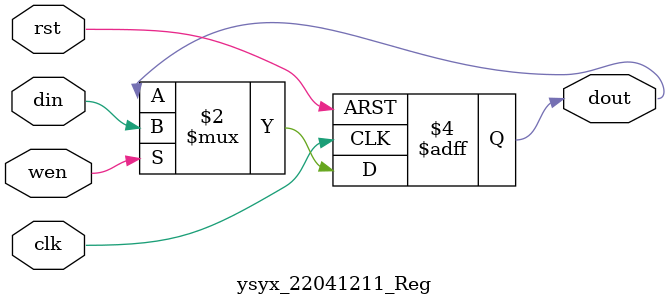
<source format=v>
/*************************************************************************
	> File Name: ysyx_22041211_Reg.v
	> Author: Chelsea
	> Mail: 1938166340@qq.com 
	> Created Time: 2023年08月04日 星期五 17时28分28秒
 ************************************************************************/

module ysyx_22041211_Reg #(parameter WIDTH = 1, RESET_VAL = 0)(
	input							clk	,
	input							rst	,
	input			[WIDTH - 1:0]	din	,
	input							wen	,
	output	reg		[WIDTH - 1:0]	dout
);
	always @(posedge clk or posedge rst) begin
		if (rst) dout <= RESET_VAL;
		else if (wen) dout <= din;
	end
endmodule



</source>
